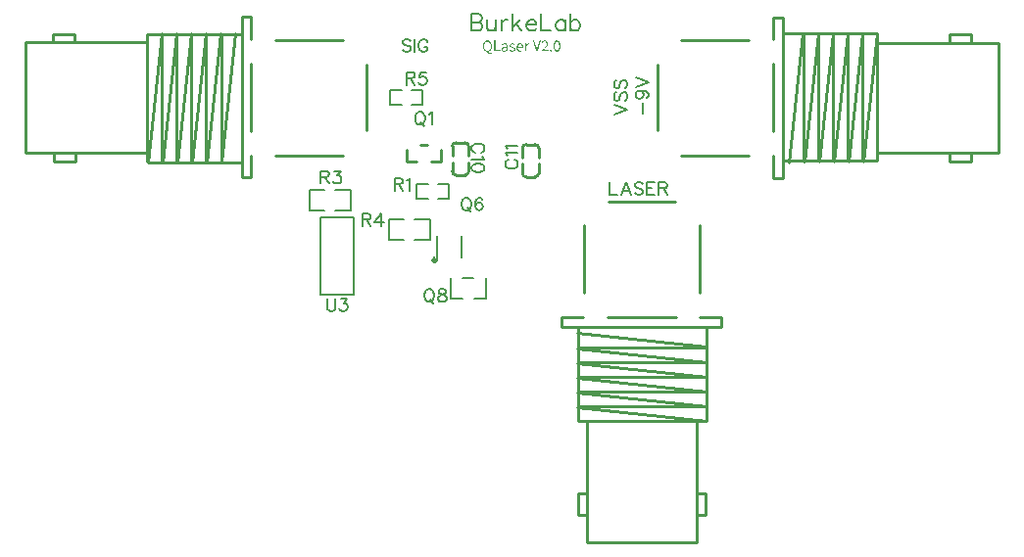
<source format=gto>
G04 Layer: TopSilkscreenLayer*
G04 EasyEDA v6.5.44, 2024-07-31 14:11:33*
G04 0a0e6e5985404cbc94c0c78cb0e903e1,401f954c81374b6587e5d63e119e93f9,10*
G04 Gerber Generator version 0.2*
G04 Scale: 100 percent, Rotated: No, Reflected: No *
G04 Dimensions in inches *
G04 leading zeros omitted , absolute positions ,3 integer and 6 decimal *
%FSLAX36Y36*%
%MOIN*%

%ADD10C,0.0060*%
%ADD11C,0.0100*%
%ADD12C,0.0118*%

%LPD*%
G36*
X905400Y1044200D02*
G01*
X903199Y1044060D01*
X901140Y1043620D01*
X899200Y1042900D01*
X897400Y1041919D01*
X895780Y1040680D01*
X894320Y1039180D01*
X893060Y1037440D01*
X892000Y1035480D01*
X891140Y1033280D01*
X890520Y1030860D01*
X890140Y1028220D01*
X890000Y1025400D01*
X894200Y1025400D01*
X894400Y1028760D01*
X895000Y1031740D01*
X895980Y1034340D01*
X897280Y1036520D01*
X898920Y1038259D01*
X900819Y1039539D01*
X903000Y1040340D01*
X905400Y1040600D01*
X907840Y1040340D01*
X910040Y1039539D01*
X911960Y1038259D01*
X913600Y1036520D01*
X914920Y1034340D01*
X915900Y1031740D01*
X916500Y1028760D01*
X916700Y1025400D01*
X916500Y1022000D01*
X915900Y1018960D01*
X914920Y1016280D01*
X913600Y1014040D01*
X911960Y1012240D01*
X910040Y1010900D01*
X907840Y1010080D01*
X905400Y1009800D01*
X903000Y1010080D01*
X900819Y1010900D01*
X898920Y1012240D01*
X897280Y1014040D01*
X895980Y1016280D01*
X895000Y1018960D01*
X894400Y1022000D01*
X894200Y1025400D01*
X890000Y1025400D01*
X890120Y1022800D01*
X890440Y1020360D01*
X890960Y1018080D01*
X891700Y1015980D01*
X892600Y1014080D01*
X893700Y1012360D01*
X894960Y1010819D01*
X896380Y1009520D01*
X897940Y1008420D01*
X899620Y1007540D01*
X901460Y1006900D01*
X903400Y1006500D01*
X904240Y1004700D01*
X905320Y1003040D01*
X906640Y1001580D01*
X908180Y1000320D01*
X909960Y999300D01*
X911940Y998540D01*
X914120Y998060D01*
X916500Y997900D01*
X918020Y997960D01*
X920600Y998400D01*
X921500Y998700D01*
X920800Y1002000D01*
X919120Y1001580D01*
X917000Y1001400D01*
X914020Y1001720D01*
X911460Y1002680D01*
X909360Y1004260D01*
X907800Y1006500D01*
X909700Y1006940D01*
X911480Y1007620D01*
X913139Y1008520D01*
X914659Y1009620D01*
X916040Y1010939D01*
X917280Y1012460D01*
X918340Y1014180D01*
X919240Y1016080D01*
X919960Y1018160D01*
X920480Y1020400D01*
X920800Y1022820D01*
X920900Y1025400D01*
X920759Y1028220D01*
X920380Y1030860D01*
X919760Y1033280D01*
X918900Y1035480D01*
X917840Y1037440D01*
X916560Y1039180D01*
X915100Y1040680D01*
X913460Y1041919D01*
X911660Y1042900D01*
X909700Y1043620D01*
X907620Y1044060D01*
G37*
G36*
X1100300Y1044200D02*
G01*
X1097160Y1043820D01*
X1094400Y1042740D01*
X1091940Y1041080D01*
X1089700Y1038900D01*
X1092000Y1036600D01*
X1093720Y1038280D01*
X1095600Y1039659D01*
X1097620Y1040560D01*
X1099800Y1040900D01*
X1102920Y1040340D01*
X1105100Y1038760D01*
X1106380Y1036380D01*
X1106800Y1033400D01*
X1106700Y1031780D01*
X1106360Y1030120D01*
X1105800Y1028400D01*
X1105020Y1026620D01*
X1104000Y1024780D01*
X1102740Y1022880D01*
X1101240Y1020879D01*
X1099480Y1018800D01*
X1097480Y1016640D01*
X1095220Y1014360D01*
X1089900Y1009500D01*
X1089900Y1007000D01*
X1112500Y1007000D01*
X1112500Y1010500D01*
X1100580Y1010480D01*
X1096100Y1010200D01*
X1100280Y1014340D01*
X1102160Y1016360D01*
X1105420Y1020320D01*
X1106780Y1022280D01*
X1107980Y1024200D01*
X1108960Y1026120D01*
X1109760Y1028000D01*
X1110320Y1029880D01*
X1110680Y1031740D01*
X1110800Y1033600D01*
X1110620Y1035920D01*
X1110080Y1038000D01*
X1109200Y1039820D01*
X1107980Y1041340D01*
X1106480Y1042560D01*
X1104680Y1043460D01*
X1102620Y1044020D01*
G37*
G36*
X1142300Y1044200D02*
G01*
X1140640Y1044080D01*
X1139080Y1043680D01*
X1137640Y1043040D01*
X1136320Y1042140D01*
X1135160Y1040980D01*
X1134120Y1039560D01*
X1133220Y1037880D01*
X1132480Y1035920D01*
X1131880Y1033700D01*
X1131460Y1031200D01*
X1131180Y1028439D01*
X1131100Y1025400D01*
X1135000Y1025400D01*
X1135140Y1029160D01*
X1135540Y1032380D01*
X1136180Y1035060D01*
X1137040Y1037200D01*
X1138100Y1038840D01*
X1139340Y1040000D01*
X1140760Y1040680D01*
X1142300Y1040900D01*
X1143880Y1040680D01*
X1145280Y1040000D01*
X1146520Y1038840D01*
X1147560Y1037200D01*
X1148380Y1035060D01*
X1149000Y1032380D01*
X1149380Y1029160D01*
X1149500Y1025400D01*
X1149380Y1021600D01*
X1149000Y1018340D01*
X1148380Y1015639D01*
X1147560Y1013460D01*
X1146520Y1011800D01*
X1145280Y1010620D01*
X1143880Y1009920D01*
X1142300Y1009700D01*
X1140760Y1009920D01*
X1139340Y1010620D01*
X1138100Y1011800D01*
X1137040Y1013460D01*
X1136180Y1015639D01*
X1135540Y1018340D01*
X1135140Y1021600D01*
X1135000Y1025400D01*
X1131100Y1025400D01*
X1131180Y1022340D01*
X1131460Y1019539D01*
X1131880Y1017039D01*
X1132480Y1014780D01*
X1133220Y1012800D01*
X1134120Y1011100D01*
X1135160Y1009659D01*
X1136320Y1008480D01*
X1137640Y1007560D01*
X1139080Y1006919D01*
X1140640Y1006520D01*
X1142300Y1006400D01*
X1143960Y1006520D01*
X1145520Y1006919D01*
X1146960Y1007560D01*
X1148280Y1008480D01*
X1149440Y1009659D01*
X1150480Y1011100D01*
X1151380Y1012800D01*
X1152120Y1014780D01*
X1152720Y1017039D01*
X1153140Y1019539D01*
X1153420Y1022340D01*
X1153500Y1025400D01*
X1153420Y1028439D01*
X1153140Y1031200D01*
X1152720Y1033700D01*
X1152120Y1035920D01*
X1151380Y1037880D01*
X1150480Y1039560D01*
X1149440Y1040980D01*
X1148280Y1042140D01*
X1146960Y1043040D01*
X1145520Y1043680D01*
X1143960Y1044080D01*
G37*
G36*
X929000Y1043600D02*
G01*
X929000Y1007000D01*
X949300Y1007000D01*
X949300Y1010500D01*
X933100Y1010500D01*
X933100Y1043600D01*
G37*
G36*
X1059400Y1043600D02*
G01*
X1071200Y1007000D01*
X1075900Y1007000D01*
X1087600Y1043600D01*
X1083400Y1043600D01*
X1074680Y1014380D01*
X1073700Y1011300D01*
X1073500Y1011300D01*
X1069900Y1023400D01*
X1063700Y1043600D01*
G37*
G36*
X965300Y1034700D02*
G01*
X962180Y1034360D01*
X959340Y1033520D01*
X956840Y1032380D01*
X954800Y1031200D01*
X956500Y1028300D01*
X958160Y1029400D01*
X960120Y1030360D01*
X962300Y1031040D01*
X964700Y1031300D01*
X967540Y1030680D01*
X969320Y1029040D01*
X970200Y1026700D01*
X970400Y1024000D01*
X966360Y1023460D01*
X962900Y1022740D01*
X960020Y1021840D01*
X957700Y1020720D01*
X955920Y1019380D01*
X954680Y1017800D01*
X953940Y1015980D01*
X953734Y1014200D01*
X957600Y1014200D01*
X957760Y1015520D01*
X958259Y1016720D01*
X959140Y1017780D01*
X960440Y1018720D01*
X962180Y1019539D01*
X964400Y1020240D01*
X967120Y1020840D01*
X970400Y1021300D01*
X970400Y1013400D01*
X968439Y1011760D01*
X966540Y1010620D01*
X964620Y1009920D01*
X962600Y1009700D01*
X960680Y1009940D01*
X959080Y1010720D01*
X958000Y1012099D01*
X957600Y1014200D01*
X953734Y1014200D01*
X953700Y1013900D01*
X954300Y1010660D01*
X955960Y1008319D01*
X958420Y1006880D01*
X961500Y1006400D01*
X964000Y1006700D01*
X966340Y1007520D01*
X968560Y1008760D01*
X970600Y1010300D01*
X970800Y1010300D01*
X971100Y1007000D01*
X974500Y1007000D01*
X974500Y1023700D01*
X974380Y1026060D01*
X974000Y1028199D01*
X973319Y1030080D01*
X972380Y1031680D01*
X971120Y1032960D01*
X969520Y1033900D01*
X967600Y1034500D01*
G37*
G36*
X990900Y1034700D02*
G01*
X987020Y1034120D01*
X984120Y1032520D01*
X982320Y1030140D01*
X981700Y1027200D01*
X982420Y1024240D01*
X984280Y1022080D01*
X986840Y1020520D01*
X989700Y1019300D01*
X992000Y1018480D01*
X994020Y1017400D01*
X995460Y1015960D01*
X996000Y1014000D01*
X995660Y1012240D01*
X994620Y1010819D01*
X992880Y1009860D01*
X990400Y1009500D01*
X988020Y1009740D01*
X985939Y1010440D01*
X984060Y1011480D01*
X982300Y1012800D01*
X980200Y1010100D01*
X982320Y1008600D01*
X984760Y1007420D01*
X987440Y1006660D01*
X990300Y1006400D01*
X992500Y1006560D01*
X994419Y1007020D01*
X996060Y1007760D01*
X997420Y1008720D01*
X998500Y1009880D01*
X999280Y1011200D01*
X999740Y1012660D01*
X999900Y1014200D01*
X999160Y1017460D01*
X997220Y1019700D01*
X994539Y1021260D01*
X991600Y1022500D01*
X989380Y1023340D01*
X987480Y1024340D01*
X986180Y1025600D01*
X985699Y1027300D01*
X986000Y1028860D01*
X986960Y1030180D01*
X988560Y1031060D01*
X990900Y1031400D01*
X992680Y1031220D01*
X994260Y1030720D01*
X995720Y1029960D01*
X997099Y1029000D01*
X999100Y1031700D01*
X997440Y1032880D01*
X995480Y1033840D01*
X993300Y1034479D01*
G37*
G36*
X1016500Y1034700D02*
G01*
X1014200Y1034440D01*
X1012000Y1033700D01*
X1009940Y1032500D01*
X1008120Y1030860D01*
X1006600Y1028820D01*
X1005420Y1026380D01*
X1004659Y1023600D01*
X1004576Y1022600D01*
X1008400Y1022600D01*
X1009360Y1026300D01*
X1011180Y1029060D01*
X1013640Y1030800D01*
X1016500Y1031400D01*
X1019460Y1030840D01*
X1021640Y1029180D01*
X1023020Y1026420D01*
X1023500Y1022600D01*
X1004576Y1022600D01*
X1004400Y1020500D01*
X1004659Y1017340D01*
X1005400Y1014539D01*
X1006580Y1012120D01*
X1008139Y1010120D01*
X1010020Y1008520D01*
X1012200Y1007360D01*
X1014620Y1006640D01*
X1017200Y1006400D01*
X1019860Y1006620D01*
X1022180Y1007180D01*
X1024240Y1008040D01*
X1026100Y1009100D01*
X1024599Y1011800D01*
X1023060Y1010860D01*
X1021420Y1010180D01*
X1019640Y1009740D01*
X1017700Y1009599D01*
X1015759Y1009780D01*
X1014020Y1010320D01*
X1012460Y1011180D01*
X1011160Y1012360D01*
X1010080Y1013800D01*
X1009260Y1015500D01*
X1008740Y1017440D01*
X1008500Y1019599D01*
X1026900Y1019599D01*
X1027080Y1020759D01*
X1027099Y1022000D01*
X1026919Y1024780D01*
X1026380Y1027280D01*
X1025520Y1029440D01*
X1024320Y1031280D01*
X1022800Y1032740D01*
X1020980Y1033820D01*
X1018880Y1034479D01*
G37*
G36*
X1045500Y1034700D02*
G01*
X1043259Y1034300D01*
X1041200Y1033160D01*
X1039360Y1031360D01*
X1037800Y1029000D01*
X1037700Y1029000D01*
X1037300Y1034000D01*
X1034000Y1034000D01*
X1034000Y1007000D01*
X1038000Y1007000D01*
X1038000Y1024599D01*
X1039580Y1027580D01*
X1041340Y1029560D01*
X1043199Y1030660D01*
X1045000Y1031000D01*
X1046280Y1030920D01*
X1047500Y1030600D01*
X1048300Y1034100D01*
X1046979Y1034560D01*
G37*
G36*
X1121800Y1012800D02*
G01*
X1120600Y1012560D01*
X1119620Y1011900D01*
X1118940Y1010860D01*
X1118700Y1009500D01*
X1118940Y1008220D01*
X1119620Y1007240D01*
X1120600Y1006620D01*
X1121800Y1006400D01*
X1123000Y1006620D01*
X1123980Y1007240D01*
X1124660Y1008220D01*
X1124900Y1009500D01*
X1124660Y1010860D01*
X1123980Y1011900D01*
X1123000Y1012560D01*
G37*
D10*
X850005Y1133611D02*
G01*
X850005Y1077211D01*
X850005Y1133611D02*
G01*
X874205Y1133611D01*
X882205Y1130911D01*
X884905Y1128211D01*
X887604Y1122911D01*
X887604Y1117511D01*
X884905Y1112111D01*
X882205Y1109411D01*
X874205Y1106711D01*
X850005Y1106711D02*
G01*
X874205Y1106711D01*
X882205Y1104111D01*
X884905Y1101411D01*
X887604Y1096011D01*
X887604Y1088011D01*
X884905Y1082611D01*
X882205Y1079911D01*
X874205Y1077211D01*
X850005Y1077211D01*
X905305Y1114811D02*
G01*
X905305Y1088011D01*
X908005Y1079911D01*
X913405Y1077211D01*
X921405Y1077211D01*
X926805Y1079911D01*
X934805Y1088011D01*
X934805Y1114811D02*
G01*
X934805Y1077211D01*
X952505Y1114811D02*
G01*
X952505Y1077211D01*
X952505Y1098711D02*
G01*
X955205Y1106711D01*
X960605Y1112111D01*
X966005Y1114811D01*
X974004Y1114811D01*
X991705Y1133611D02*
G01*
X991705Y1077211D01*
X1018605Y1114811D02*
G01*
X991705Y1088011D01*
X1002505Y1098711D02*
G01*
X1021305Y1077211D01*
X1039004Y1098711D02*
G01*
X1071205Y1098711D01*
X1071205Y1104111D01*
X1068505Y1109411D01*
X1065805Y1112111D01*
X1060505Y1114811D01*
X1052405Y1114811D01*
X1047005Y1112111D01*
X1041705Y1106711D01*
X1039004Y1098711D01*
X1039004Y1093311D01*
X1041705Y1085311D01*
X1047005Y1079911D01*
X1052405Y1077211D01*
X1060505Y1077211D01*
X1065805Y1079911D01*
X1071205Y1085311D01*
X1088905Y1133611D02*
G01*
X1088905Y1077211D01*
X1088905Y1077211D02*
G01*
X1121105Y1077211D01*
X1171005Y1114811D02*
G01*
X1171005Y1077211D01*
X1171005Y1106711D02*
G01*
X1165705Y1112111D01*
X1160305Y1114811D01*
X1152305Y1114811D01*
X1146905Y1112111D01*
X1141505Y1106711D01*
X1138805Y1098711D01*
X1138805Y1093311D01*
X1141505Y1085311D01*
X1146905Y1079911D01*
X1152305Y1077211D01*
X1160305Y1077211D01*
X1165705Y1079911D01*
X1171005Y1085311D01*
X1188805Y1133611D02*
G01*
X1188805Y1077211D01*
X1188805Y1106711D02*
G01*
X1194105Y1112111D01*
X1199505Y1114811D01*
X1207605Y1114811D01*
X1212905Y1112111D01*
X1218305Y1106711D01*
X1221005Y1098711D01*
X1221005Y1093311D01*
X1218305Y1085311D01*
X1212905Y1079911D01*
X1207605Y1077211D01*
X1199505Y1077211D01*
X1194105Y1079911D01*
X1188805Y1085311D01*
X1322000Y561400D02*
G01*
X1322000Y518500D01*
X1322000Y518500D02*
G01*
X1346500Y518500D01*
X1376399Y561400D02*
G01*
X1360000Y518500D01*
X1376399Y561400D02*
G01*
X1392800Y518500D01*
X1366200Y532800D02*
G01*
X1386600Y532800D01*
X1434900Y555300D02*
G01*
X1430800Y559400D01*
X1424700Y561400D01*
X1416500Y561400D01*
X1410400Y559400D01*
X1406300Y555300D01*
X1406300Y551200D01*
X1408300Y547100D01*
X1410400Y545000D01*
X1414500Y543000D01*
X1426699Y538900D01*
X1430800Y536900D01*
X1432900Y534800D01*
X1434900Y530700D01*
X1434900Y524600D01*
X1430800Y520500D01*
X1424700Y518500D01*
X1416500Y518500D01*
X1410400Y520500D01*
X1406300Y524600D01*
X1448400Y561400D02*
G01*
X1448400Y518500D01*
X1448400Y561400D02*
G01*
X1475000Y561400D01*
X1448400Y541000D02*
G01*
X1464800Y541000D01*
X1448400Y518500D02*
G01*
X1475000Y518500D01*
X1488500Y561400D02*
G01*
X1488500Y518500D01*
X1488500Y561400D02*
G01*
X1506900Y561400D01*
X1513000Y559400D01*
X1515100Y557300D01*
X1517100Y553200D01*
X1517100Y549100D01*
X1515100Y545000D01*
X1513000Y543000D01*
X1506900Y541000D01*
X1488500Y541000D01*
X1502800Y541000D02*
G01*
X1517100Y518500D01*
X644599Y1042300D02*
G01*
X640500Y1046400D01*
X634400Y1048400D01*
X626200Y1048400D01*
X620100Y1046400D01*
X616000Y1042300D01*
X616000Y1038199D01*
X618000Y1034100D01*
X620100Y1032000D01*
X624200Y1030000D01*
X636500Y1025900D01*
X640500Y1023900D01*
X642600Y1021800D01*
X644599Y1017700D01*
X644599Y1011600D01*
X640500Y1007500D01*
X634400Y1005500D01*
X626200Y1005500D01*
X620100Y1007500D01*
X616000Y1011600D01*
X658100Y1048400D02*
G01*
X658100Y1005500D01*
X702300Y1038199D02*
G01*
X700300Y1042300D01*
X696200Y1046400D01*
X692099Y1048400D01*
X683900Y1048400D01*
X679800Y1046400D01*
X675699Y1042300D01*
X673700Y1038199D01*
X671600Y1032000D01*
X671600Y1021800D01*
X673700Y1015699D01*
X675699Y1011600D01*
X679800Y1007500D01*
X683900Y1005500D01*
X692099Y1005500D01*
X696200Y1007500D01*
X700300Y1011600D01*
X702300Y1015699D01*
X702300Y1021800D01*
X692099Y1021800D02*
G01*
X702300Y1021800D01*
X1336600Y793000D02*
G01*
X1379500Y809400D01*
X1336600Y825699D02*
G01*
X1379500Y809400D01*
X1342700Y867900D02*
G01*
X1338600Y863800D01*
X1336600Y857600D01*
X1336600Y849500D01*
X1338600Y843300D01*
X1342700Y839200D01*
X1346800Y839200D01*
X1350900Y841300D01*
X1353000Y843300D01*
X1355000Y847400D01*
X1359100Y859700D01*
X1361100Y863800D01*
X1363200Y865800D01*
X1367300Y867900D01*
X1373400Y867900D01*
X1377500Y863800D01*
X1379500Y857600D01*
X1379500Y849500D01*
X1377500Y843300D01*
X1373400Y839200D01*
X1342700Y910000D02*
G01*
X1338600Y905900D01*
X1336600Y899800D01*
X1336600Y891600D01*
X1338600Y885500D01*
X1342700Y881400D01*
X1346800Y881400D01*
X1350900Y883400D01*
X1353000Y885500D01*
X1355000Y889500D01*
X1359100Y901800D01*
X1361100Y905900D01*
X1363200Y908000D01*
X1367300Y910000D01*
X1373400Y910000D01*
X1377500Y905900D01*
X1379500Y899800D01*
X1379500Y891600D01*
X1377500Y885500D01*
X1373400Y881400D01*
X1434100Y796000D02*
G01*
X1434100Y832800D01*
X1423899Y872900D02*
G01*
X1430000Y870900D01*
X1434100Y866800D01*
X1436200Y860600D01*
X1436200Y858600D01*
X1434100Y852500D01*
X1430000Y848400D01*
X1423899Y846300D01*
X1421900Y846300D01*
X1415700Y848400D01*
X1411600Y852500D01*
X1409600Y858600D01*
X1409600Y860600D01*
X1411600Y866800D01*
X1415700Y870900D01*
X1423899Y872900D01*
X1434100Y872900D01*
X1444400Y870900D01*
X1450500Y866800D01*
X1452500Y860600D01*
X1452500Y856500D01*
X1450500Y850400D01*
X1446399Y848400D01*
X1409600Y886400D02*
G01*
X1452500Y902800D01*
X1409600Y919100D02*
G01*
X1452500Y902800D01*
X629660Y935740D02*
G01*
X629660Y892840D01*
X629660Y935740D02*
G01*
X648060Y935740D01*
X654160Y933740D01*
X656260Y931640D01*
X658259Y927540D01*
X658259Y923439D01*
X656260Y919340D01*
X654160Y917340D01*
X648060Y915340D01*
X629660Y915340D01*
X643960Y915340D02*
G01*
X658259Y892840D01*
X696360Y935740D02*
G01*
X675860Y935740D01*
X673860Y917340D01*
X675860Y919340D01*
X682060Y921440D01*
X688160Y921440D01*
X694260Y919340D01*
X698360Y915340D01*
X700460Y909140D01*
X700460Y905040D01*
X698360Y898940D01*
X694260Y894840D01*
X688160Y892840D01*
X682060Y892840D01*
X675860Y894840D01*
X673860Y896840D01*
X671760Y900939D01*
X338052Y600152D02*
G01*
X338052Y557252D01*
X338052Y600152D02*
G01*
X356452Y600152D01*
X362552Y598152D01*
X364652Y596052D01*
X366652Y591952D01*
X366652Y587852D01*
X364652Y583752D01*
X362552Y581752D01*
X356452Y579752D01*
X338052Y579752D01*
X352352Y579752D02*
G01*
X366652Y557252D01*
X384251Y600152D02*
G01*
X406751Y600152D01*
X394552Y583752D01*
X400652Y583752D01*
X404752Y581752D01*
X406751Y579752D01*
X408852Y573552D01*
X408852Y569452D01*
X406751Y563352D01*
X402652Y559252D01*
X396552Y557252D01*
X390452Y557252D01*
X384251Y559252D01*
X382252Y561252D01*
X380152Y565352D01*
X479891Y454766D02*
G01*
X479891Y411866D01*
X479891Y454766D02*
G01*
X498292Y454766D01*
X504392Y452766D01*
X506492Y450666D01*
X508492Y446566D01*
X508492Y442466D01*
X506492Y438366D01*
X504392Y436366D01*
X498292Y434366D01*
X479891Y434366D01*
X494191Y434366D02*
G01*
X508492Y411866D01*
X542492Y454766D02*
G01*
X521992Y426166D01*
X552692Y426166D01*
X542492Y454766D02*
G01*
X542492Y411866D01*
X829850Y508744D02*
G01*
X825750Y506744D01*
X821650Y502644D01*
X819550Y498544D01*
X817550Y492344D01*
X817550Y482144D01*
X819550Y476044D01*
X821650Y471944D01*
X825750Y467844D01*
X829850Y465844D01*
X838050Y465844D01*
X842050Y467844D01*
X846150Y471944D01*
X848250Y476044D01*
X850250Y482144D01*
X850250Y492344D01*
X848250Y498544D01*
X846150Y502644D01*
X842050Y506744D01*
X838050Y508744D01*
X829850Y508744D01*
X835950Y473944D02*
G01*
X848250Y461744D01*
X888349Y502644D02*
G01*
X886250Y506744D01*
X880150Y508744D01*
X876050Y508744D01*
X869950Y506744D01*
X865849Y500544D01*
X863750Y490344D01*
X863750Y480144D01*
X865849Y471944D01*
X869950Y467844D01*
X876050Y465844D01*
X878050Y465844D01*
X884250Y467844D01*
X888349Y471944D01*
X890350Y478044D01*
X890350Y480144D01*
X888349Y486244D01*
X884250Y490344D01*
X878050Y492344D01*
X876050Y492344D01*
X869950Y490344D01*
X865849Y486244D01*
X863750Y480144D01*
X590000Y575400D02*
G01*
X590000Y532500D01*
X590000Y575400D02*
G01*
X608400Y575400D01*
X614500Y573400D01*
X616600Y571300D01*
X618600Y567200D01*
X618600Y563100D01*
X616600Y559000D01*
X614500Y557000D01*
X608400Y555000D01*
X590000Y555000D01*
X604300Y555000D02*
G01*
X618600Y532500D01*
X632100Y567200D02*
G01*
X636200Y569300D01*
X642400Y575400D01*
X642400Y532500D01*
X360000Y165400D02*
G01*
X360000Y134700D01*
X362000Y128600D01*
X366100Y124500D01*
X372299Y122500D01*
X376400Y122500D01*
X382500Y124500D01*
X386599Y128600D01*
X388600Y134700D01*
X388600Y165400D01*
X406200Y165400D02*
G01*
X428700Y165400D01*
X416500Y149000D01*
X422600Y149000D01*
X426700Y147000D01*
X428700Y145000D01*
X430800Y138800D01*
X430800Y134700D01*
X428700Y128600D01*
X424600Y124500D01*
X418500Y122500D01*
X412400Y122500D01*
X406200Y124500D01*
X404200Y126500D01*
X402100Y130600D01*
X672644Y800304D02*
G01*
X668544Y798304D01*
X664444Y794204D01*
X662343Y790104D01*
X660344Y783904D01*
X660344Y773704D01*
X662343Y767604D01*
X664444Y763503D01*
X668544Y759404D01*
X672644Y757403D01*
X680844Y757403D01*
X684843Y759404D01*
X688944Y763503D01*
X691044Y767604D01*
X693044Y773704D01*
X693044Y783904D01*
X691044Y790104D01*
X688944Y794204D01*
X684843Y798304D01*
X680844Y800304D01*
X672644Y800304D01*
X678744Y765504D02*
G01*
X691044Y753304D01*
X706544Y792104D02*
G01*
X710644Y794204D01*
X716844Y800304D01*
X716844Y757403D01*
X703376Y197094D02*
G01*
X699276Y195095D01*
X695176Y190995D01*
X693075Y186895D01*
X691076Y180695D01*
X691076Y170494D01*
X693075Y164395D01*
X695176Y160295D01*
X699276Y156195D01*
X703376Y154095D01*
X711576Y154095D01*
X715575Y156195D01*
X719676Y160295D01*
X721776Y164395D01*
X723776Y170494D01*
X723776Y180695D01*
X721776Y186895D01*
X719676Y190995D01*
X715575Y195095D01*
X711576Y197094D01*
X703376Y197094D01*
X709476Y162295D02*
G01*
X721776Y150095D01*
X747576Y197094D02*
G01*
X741376Y195095D01*
X739376Y190995D01*
X739376Y186895D01*
X741376Y182795D01*
X745476Y180695D01*
X753676Y178695D01*
X759776Y176595D01*
X763876Y172595D01*
X765976Y168495D01*
X765976Y162295D01*
X763876Y158195D01*
X761876Y156195D01*
X755676Y154095D01*
X747576Y154095D01*
X741376Y156195D01*
X739376Y158195D01*
X737276Y162295D01*
X737276Y168495D01*
X739376Y172595D01*
X743476Y176595D01*
X749576Y178695D01*
X757776Y180695D01*
X761876Y182795D01*
X763876Y186895D01*
X763876Y190995D01*
X761876Y195095D01*
X755676Y197094D01*
X747576Y197094D01*
X885057Y662346D02*
G01*
X889158Y664445D01*
X893258Y668546D01*
X895258Y672546D01*
X895258Y680746D01*
X893258Y684846D01*
X889158Y688946D01*
X885057Y691046D01*
X878858Y693045D01*
X868657Y693045D01*
X862557Y691046D01*
X858458Y688946D01*
X854358Y684846D01*
X852358Y680746D01*
X852358Y672546D01*
X854358Y668546D01*
X858458Y664445D01*
X862557Y662346D01*
X887058Y648846D02*
G01*
X889158Y644746D01*
X895258Y638646D01*
X852358Y638646D01*
X895258Y612846D02*
G01*
X893258Y619046D01*
X887058Y623046D01*
X876858Y625146D01*
X870758Y625146D01*
X860458Y623046D01*
X854358Y619046D01*
X852358Y612846D01*
X852358Y608746D01*
X854358Y602646D01*
X860458Y598546D01*
X870758Y596546D01*
X876858Y596546D01*
X887058Y598546D01*
X893258Y602646D01*
X895258Y608746D01*
X895258Y612846D01*
X976198Y638248D02*
G01*
X972098Y636148D01*
X967998Y632048D01*
X965998Y628048D01*
X965998Y619848D01*
X967998Y615748D01*
X972098Y611648D01*
X976198Y609548D01*
X982398Y607548D01*
X992598Y607548D01*
X998698Y609548D01*
X1002798Y611648D01*
X1006898Y615748D01*
X1008897Y619848D01*
X1008897Y628048D01*
X1006898Y632048D01*
X1002798Y636148D01*
X998698Y638248D01*
X974198Y651748D02*
G01*
X972098Y655848D01*
X965998Y661948D01*
X1008897Y661948D01*
X974198Y675448D02*
G01*
X972098Y679548D01*
X965998Y685648D01*
X1008897Y685648D01*
D11*
X2226462Y1036620D02*
G01*
X2644560Y1036620D01*
X2644560Y662980D01*
X2231327Y662980D01*
X2478077Y662992D02*
G01*
X2478077Y633095D01*
X2550901Y633095D01*
X2550901Y662992D01*
X2550067Y1036637D02*
G01*
X2550067Y1066535D01*
X2477242Y1066535D01*
X2477242Y1036637D01*
X2231332Y634414D02*
G01*
X1910314Y634414D01*
X2230000Y1070000D02*
G01*
X1910314Y1070000D01*
X1878818Y651434D02*
G01*
X1878818Y576378D01*
X1910314Y576378D01*
X1910314Y1121653D01*
X1878818Y1121653D01*
X1878818Y1048566D01*
X1565508Y653165D02*
G01*
X1794510Y653165D01*
X1794500Y1046850D02*
G01*
X1565500Y1046850D01*
X1878818Y966394D02*
G01*
X1878818Y733606D01*
X1485118Y962773D02*
G01*
X1485118Y737227D01*
X2230000Y1070000D02*
G01*
X2183500Y630949D01*
X2231332Y1067484D02*
G01*
X2231332Y634414D01*
X2180000Y1070000D02*
G01*
X2133500Y630949D01*
X2181332Y1067484D02*
G01*
X2181332Y634414D01*
X2130000Y1070000D02*
G01*
X2083500Y630949D01*
X2131332Y1067484D02*
G01*
X2131332Y634414D01*
X2080000Y1070000D02*
G01*
X2033500Y630949D01*
X2081331Y1067484D02*
G01*
X2081331Y634414D01*
X2030000Y1070000D02*
G01*
X1983500Y630949D01*
X2031331Y1067484D02*
G01*
X2031331Y634414D01*
X1980000Y1066535D02*
G01*
X1980000Y633465D01*
X1978668Y1069051D02*
G01*
X1932168Y630000D01*
X-246462Y663379D02*
G01*
X-664560Y663379D01*
X-664560Y1037020D01*
X-251327Y1037020D01*
X-498076Y1037008D02*
G01*
X-498076Y1066905D01*
X-570901Y1066905D01*
X-570901Y1037008D01*
X-570067Y663363D02*
G01*
X-570067Y633465D01*
X-497242Y633465D01*
X-497242Y663363D01*
X-251332Y1065586D02*
G01*
X69686Y1065586D01*
X-250000Y630000D02*
G01*
X69686Y630000D01*
X101182Y1048566D02*
G01*
X101182Y1123622D01*
X69686Y1123622D01*
X69686Y578347D01*
X101182Y578347D01*
X101182Y651434D01*
X414492Y1046835D02*
G01*
X185490Y1046835D01*
X185500Y653150D02*
G01*
X414500Y653150D01*
X101182Y733606D02*
G01*
X101182Y966394D01*
X494882Y737227D02*
G01*
X494882Y962773D01*
X-250000Y630000D02*
G01*
X-203500Y1069051D01*
X-251332Y632516D02*
G01*
X-251332Y1065586D01*
X-200000Y630000D02*
G01*
X-153500Y1069051D01*
X-201332Y632516D02*
G01*
X-201332Y1065586D01*
X-150000Y630000D02*
G01*
X-103500Y1069051D01*
X-151332Y632516D02*
G01*
X-151332Y1065586D01*
X-100000Y630000D02*
G01*
X-53500Y1069051D01*
X-101332Y632516D02*
G01*
X-101332Y1065586D01*
X-50000Y630000D02*
G01*
X-3500Y1069051D01*
X-51332Y632516D02*
G01*
X-51332Y1065586D01*
X0Y633465D02*
G01*
X0Y1066535D01*
X1332Y630949D02*
G01*
X47832Y1070000D01*
D10*
X646440Y824332D02*
G01*
X684191Y824332D01*
X684191Y876348D01*
X646440Y876348D01*
X612880Y824332D02*
G01*
X575129Y824332D01*
X575129Y876348D01*
X612880Y876348D01*
X351252Y536106D02*
G01*
X300664Y536106D01*
X300664Y463894D01*
X351252Y463894D01*
X388748Y536106D02*
G01*
X439336Y536106D01*
X439336Y463894D01*
X388748Y463894D01*
X621252Y436106D02*
G01*
X570664Y436106D01*
X570664Y363894D01*
X621252Y363894D01*
X658747Y436106D02*
G01*
X709336Y436106D01*
X709336Y363894D01*
X658747Y363894D01*
X818944Y304739D02*
G01*
X818944Y377669D01*
X734204Y304739D02*
G01*
X734204Y377669D01*
X703220Y556008D02*
G01*
X665468Y556008D01*
X665468Y503992D01*
X703220Y503992D01*
X736780Y556008D02*
G01*
X774531Y556008D01*
X774531Y503992D01*
X736780Y503992D01*
X451905Y440953D02*
G01*
X451905Y179046D01*
X336047Y179046D01*
X336047Y440953D01*
X451905Y440953D01*
D11*
X664917Y632439D02*
G01*
X630901Y632439D01*
X630901Y632439D02*
G01*
X630901Y671810D01*
X702317Y687557D02*
G01*
X677595Y687557D01*
X749011Y632439D02*
G01*
X714995Y632439D01*
X749011Y632439D02*
G01*
X749011Y671810D01*
D10*
X779525Y234491D02*
G01*
X779525Y165499D01*
X820532Y165499D01*
X900485Y234491D02*
G01*
X900485Y165499D01*
X859477Y165499D01*
X822076Y234491D02*
G01*
X857934Y234491D01*
D11*
X798265Y696157D02*
G01*
X829762Y696157D01*
X786066Y652466D02*
G01*
X786066Y683961D01*
X841958Y652466D02*
G01*
X841958Y683961D01*
X785836Y629793D02*
G01*
X785836Y598297D01*
X798035Y586099D02*
G01*
X829530Y586099D01*
X841727Y629793D02*
G01*
X841727Y598297D01*
X1036635Y690247D02*
G01*
X1068132Y690247D01*
X1024436Y646556D02*
G01*
X1024436Y678051D01*
X1080328Y646556D02*
G01*
X1080328Y678051D01*
X1024207Y623883D02*
G01*
X1024207Y592387D01*
X1036405Y580189D02*
G01*
X1067900Y580189D01*
X1080097Y623883D02*
G01*
X1080097Y592387D01*
X1616620Y-246462D02*
G01*
X1616620Y-664560D01*
X1242980Y-664560D01*
X1242980Y-251327D01*
X1242992Y-498076D02*
G01*
X1213095Y-498076D01*
X1213095Y-570901D01*
X1242992Y-570901D01*
X1616637Y-570067D02*
G01*
X1646535Y-570067D01*
X1646535Y-497242D01*
X1616637Y-497242D01*
X1214414Y-251332D02*
G01*
X1214414Y69686D01*
X1650000Y-250000D02*
G01*
X1650000Y69686D01*
X1231434Y101182D02*
G01*
X1156378Y101182D01*
X1156378Y69686D01*
X1701653Y69686D01*
X1701653Y101182D01*
X1628565Y101182D01*
X1233165Y414492D02*
G01*
X1233165Y185490D01*
X1626850Y185500D02*
G01*
X1626850Y414500D01*
X1546394Y101182D02*
G01*
X1313606Y101182D01*
X1542773Y494882D02*
G01*
X1317227Y494882D01*
X1650000Y-250000D02*
G01*
X1210949Y-203500D01*
X1647484Y-251332D02*
G01*
X1214414Y-251332D01*
X1650000Y-200000D02*
G01*
X1210949Y-153500D01*
X1647484Y-201332D02*
G01*
X1214414Y-201332D01*
X1650000Y-150000D02*
G01*
X1210949Y-103500D01*
X1647484Y-151332D02*
G01*
X1214414Y-151332D01*
X1650000Y-100000D02*
G01*
X1210949Y-53500D01*
X1647484Y-101332D02*
G01*
X1214414Y-101332D01*
X1650000Y-50000D02*
G01*
X1210949Y-3500D01*
X1647484Y-51332D02*
G01*
X1214414Y-51332D01*
X1646535Y0D02*
G01*
X1213465Y0D01*
X1649051Y1332D02*
G01*
X1210000Y47832D01*
G75*
G01*
X798035Y586097D02*
G02*
X785837Y598295I0J12198D01*
G75*
G01*
X841729Y598295D02*
G02*
X829530Y586097I-12198J0D01*
G75*
G01*
X786066Y683959D02*
G02*
X798265Y696157I12198J0D01*
G75*
G01*
X829760Y696157D02*
G02*
X841958Y683959I0J-12198D01*
G75*
G01*
X1036405Y580187D02*
G02*
X1024207Y592385I0J12198D01*
G75*
G01*
X1080099Y592385D02*
G02*
X1067900Y580187I-12198J0D01*
G75*
G01*
X1024436Y678049D02*
G02*
X1036635Y690247I12198J0D01*
G75*
G01*
X1068130Y690247D02*
G02*
X1080328Y678049I0J-12198D01*
D12*
G75*
G01
X731910Y296320D02*
G03X731910Y296320I-5910J0D01*
M02*

</source>
